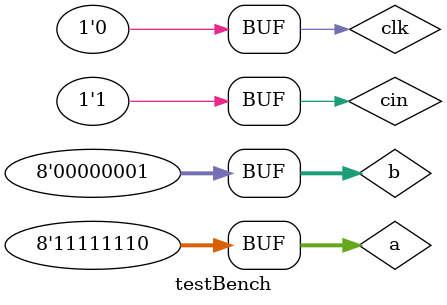
<source format=v>
`timescale 1ns / 100ps
module testBench();

    reg [7:0]a, b;
    wire [7:0] sum;
    reg cin;
    wire cout;
    reg clk = 0;

    Req1 testing(a, b, cin, sum, cout);
    
    initial begin

    a = 8'h05;
    b = 8'h06;
    cin = 0;
    #10;

    if(sum !== 8'h0b || cout !== 1'b0)
        $display("a = 5, b = 6 and sum != b");

    a = 8'h0A;
    b = 8'h02;
    cin = 0;
    #10;

    if(sum !== 8'h0C || cout !== 1'b0)
        $display("a = A, b = 2 and sum != C");

    a = 8'hFE;
    b = 8'h01;
    cin = 1;
    #10;

    if(sum !== 8'h00 || cout !== 1'b1)
        $display("a = FE, b = 1 and sum != 00");

    end

endmodule
</source>
